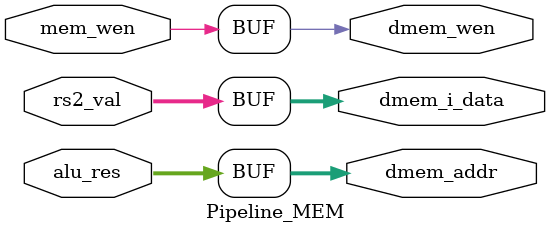
<source format=v>
`timescale 1ns / 1ps


module Pipeline_MEM(
    input [31:0] alu_res,
    input [31:0] rs2_val,    //load
    input mem_wen,          //ÄÚ´æÐ´Ê¹ÄÜ
    output wire dmem_wen,
    output wire [31:0] dmem_addr,
    output wire [31:0] dmem_i_data
    );


    //DMEMµÄÊäÈë
    //assign dmem_read = mem_ren; //¶ÁÊ¹ÄÜ
    assign dmem_wen = mem_wen;
    assign dmem_addr = alu_res; //µØÖ·
    assign dmem_i_data = rs2_val; //Êý¾Ý

endmodule

</source>
